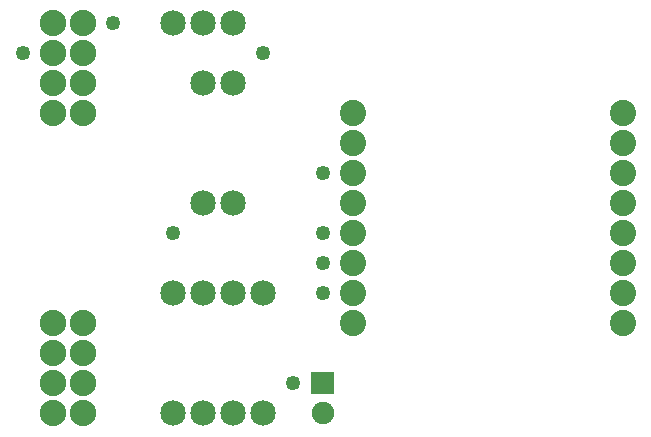
<source format=gts>
G04 MADE WITH FRITZING*
G04 WWW.FRITZING.ORG*
G04 DOUBLE SIDED*
G04 HOLES PLATED*
G04 CONTOUR ON CENTER OF CONTOUR VECTOR*
%ASAXBY*%
%FSLAX23Y23*%
%MOIN*%
%OFA0B0*%
%SFA1.0B1.0*%
%ADD10C,0.087778*%
%ADD11C,0.088000*%
%ADD12C,0.085000*%
%ADD13C,0.075000*%
%ADD14C,0.049370*%
%ADD15R,0.001000X0.001000*%
%LNMASK1*%
G90*
G70*
G54D10*
X1154Y1159D03*
X1154Y1059D03*
X1154Y959D03*
X1154Y859D03*
X1154Y759D03*
X1154Y659D03*
X1154Y559D03*
X1154Y459D03*
X2054Y459D03*
X2054Y559D03*
X2054Y659D03*
X2054Y759D03*
X2054Y859D03*
X2054Y959D03*
X2054Y1059D03*
X2054Y1159D03*
G54D11*
X154Y1459D03*
X154Y1359D03*
X154Y1259D03*
X154Y1159D03*
X154Y1459D03*
X154Y1359D03*
X154Y1259D03*
X154Y1159D03*
X254Y1159D03*
X254Y1259D03*
X254Y1359D03*
X254Y1459D03*
X154Y459D03*
X154Y359D03*
X154Y259D03*
X154Y159D03*
X154Y459D03*
X154Y359D03*
X154Y259D03*
X154Y159D03*
X254Y159D03*
X254Y259D03*
X254Y359D03*
X254Y459D03*
G54D12*
X854Y559D03*
X854Y159D03*
X554Y559D03*
X554Y159D03*
X654Y559D03*
X654Y159D03*
X754Y559D03*
X754Y159D03*
G54D13*
X1054Y159D03*
X1054Y259D03*
X1054Y159D03*
X1054Y259D03*
G54D12*
X754Y859D03*
X754Y1259D03*
X654Y859D03*
X654Y1259D03*
G54D14*
X954Y259D03*
X854Y1359D03*
X354Y1459D03*
G54D12*
X554Y1459D03*
X654Y1459D03*
X754Y1459D03*
G54D14*
X1054Y959D03*
X1054Y559D03*
X1054Y659D03*
X1054Y759D03*
X554Y759D03*
X54Y1359D03*
G54D15*
X1016Y298D02*
X1090Y298D01*
X1016Y297D02*
X1090Y297D01*
X1016Y296D02*
X1090Y296D01*
X1016Y295D02*
X1090Y295D01*
X1016Y294D02*
X1090Y294D01*
X1016Y293D02*
X1090Y293D01*
X1016Y292D02*
X1090Y292D01*
X1016Y291D02*
X1090Y291D01*
X1016Y290D02*
X1090Y290D01*
X1016Y289D02*
X1090Y289D01*
X1016Y288D02*
X1090Y288D01*
X1016Y287D02*
X1090Y287D01*
X1016Y286D02*
X1090Y286D01*
X1016Y285D02*
X1090Y285D01*
X1016Y284D02*
X1090Y284D01*
X1016Y283D02*
X1090Y283D01*
X1016Y282D02*
X1090Y282D01*
X1016Y281D02*
X1090Y281D01*
X1016Y280D02*
X1090Y280D01*
X1016Y279D02*
X1090Y279D01*
X1016Y278D02*
X1090Y278D01*
X1016Y277D02*
X1090Y277D01*
X1016Y276D02*
X1090Y276D01*
X1016Y275D02*
X1090Y275D01*
X1016Y274D02*
X1090Y274D01*
X1016Y273D02*
X1090Y273D01*
X1016Y272D02*
X1090Y272D01*
X1016Y271D02*
X1090Y271D01*
X1016Y270D02*
X1090Y270D01*
X1016Y269D02*
X1049Y269D01*
X1057Y269D02*
X1090Y269D01*
X1016Y268D02*
X1048Y268D01*
X1059Y268D02*
X1090Y268D01*
X1016Y267D02*
X1046Y267D01*
X1060Y267D02*
X1090Y267D01*
X1016Y266D02*
X1046Y266D01*
X1061Y266D02*
X1090Y266D01*
X1016Y265D02*
X1045Y265D01*
X1062Y265D02*
X1090Y265D01*
X1016Y264D02*
X1045Y264D01*
X1062Y264D02*
X1090Y264D01*
X1016Y263D02*
X1044Y263D01*
X1062Y263D02*
X1090Y263D01*
X1016Y262D02*
X1044Y262D01*
X1063Y262D02*
X1090Y262D01*
X1016Y261D02*
X1044Y261D01*
X1063Y261D02*
X1090Y261D01*
X1016Y260D02*
X1044Y260D01*
X1063Y260D02*
X1090Y260D01*
X1016Y259D02*
X1044Y259D01*
X1063Y259D02*
X1090Y259D01*
X1016Y258D02*
X1044Y258D01*
X1062Y258D02*
X1090Y258D01*
X1016Y257D02*
X1045Y257D01*
X1062Y257D02*
X1090Y257D01*
X1016Y256D02*
X1046Y256D01*
X1061Y256D02*
X1090Y256D01*
X1016Y255D02*
X1046Y255D01*
X1060Y255D02*
X1090Y255D01*
X1016Y254D02*
X1047Y254D01*
X1059Y254D02*
X1090Y254D01*
X1016Y253D02*
X1049Y253D01*
X1058Y253D02*
X1090Y253D01*
X1016Y252D02*
X1090Y252D01*
X1016Y251D02*
X1090Y251D01*
X1016Y250D02*
X1090Y250D01*
X1016Y249D02*
X1090Y249D01*
X1016Y248D02*
X1090Y248D01*
X1016Y247D02*
X1090Y247D01*
X1016Y246D02*
X1090Y246D01*
X1016Y245D02*
X1090Y245D01*
X1016Y244D02*
X1090Y244D01*
X1016Y243D02*
X1090Y243D01*
X1016Y242D02*
X1090Y242D01*
X1016Y241D02*
X1090Y241D01*
X1016Y240D02*
X1090Y240D01*
X1016Y239D02*
X1090Y239D01*
X1016Y238D02*
X1090Y238D01*
X1016Y237D02*
X1090Y237D01*
X1016Y236D02*
X1090Y236D01*
X1016Y235D02*
X1090Y235D01*
X1016Y234D02*
X1090Y234D01*
X1016Y233D02*
X1090Y233D01*
X1016Y232D02*
X1090Y232D01*
X1016Y231D02*
X1090Y231D01*
X1016Y230D02*
X1090Y230D01*
X1016Y229D02*
X1090Y229D01*
X1016Y228D02*
X1090Y228D01*
X1016Y227D02*
X1090Y227D01*
X1016Y226D02*
X1090Y226D01*
X1016Y225D02*
X1090Y225D01*
X1016Y224D02*
X1090Y224D01*
D02*
G04 End of Mask1*
M02*
</source>
